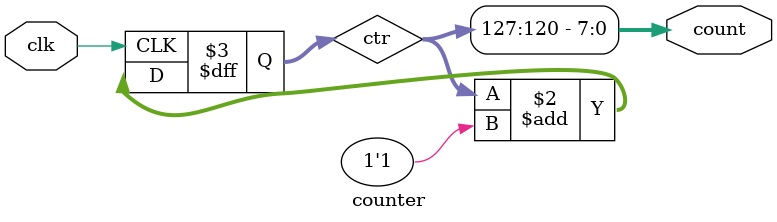
<source format=v>
module counter(input clk, output [7:0] count);

reg [127:0] ctr;

always @(posedge clk) ctr <= ctr + 1'b1;
assign count = ctr[127:120];

endmodule


</source>
